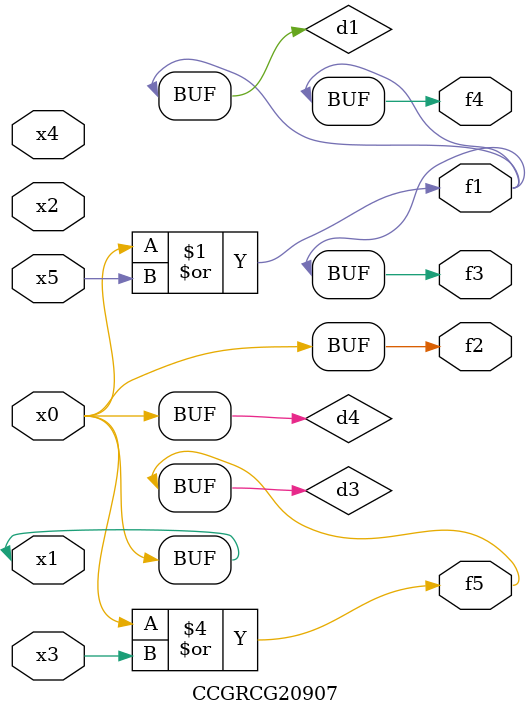
<source format=v>
module CCGRCG20907(
	input x0, x1, x2, x3, x4, x5,
	output f1, f2, f3, f4, f5
);

	wire d1, d2, d3, d4;

	or (d1, x0, x5);
	xnor (d2, x1, x4);
	or (d3, x0, x3);
	buf (d4, x0, x1);
	assign f1 = d1;
	assign f2 = d4;
	assign f3 = d1;
	assign f4 = d1;
	assign f5 = d3;
endmodule

</source>
